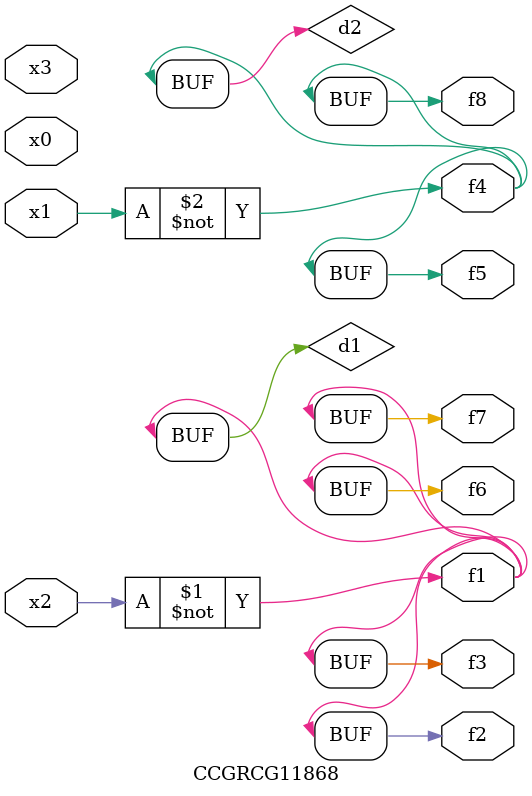
<source format=v>
module CCGRCG11868(
	input x0, x1, x2, x3,
	output f1, f2, f3, f4, f5, f6, f7, f8
);

	wire d1, d2;

	xnor (d1, x2);
	not (d2, x1);
	assign f1 = d1;
	assign f2 = d1;
	assign f3 = d1;
	assign f4 = d2;
	assign f5 = d2;
	assign f6 = d1;
	assign f7 = d1;
	assign f8 = d2;
endmodule

</source>
